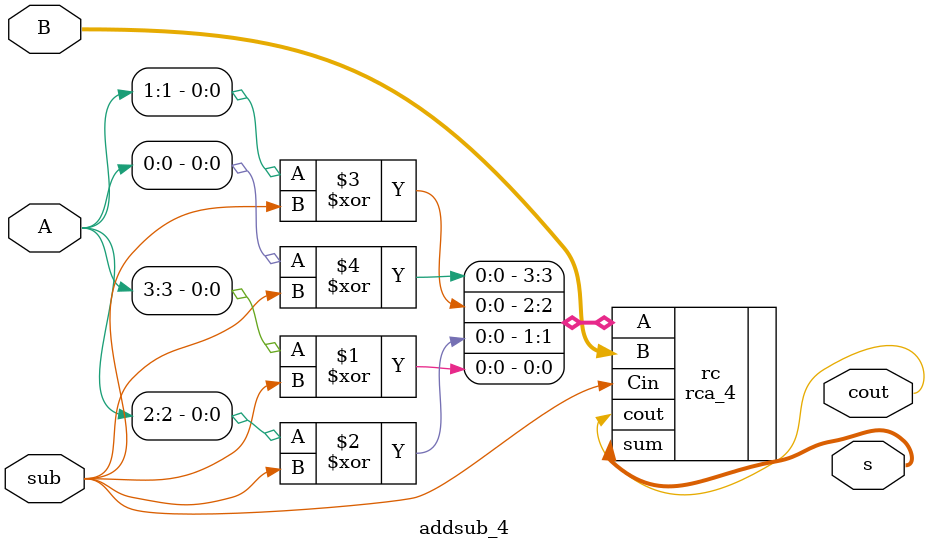
<source format=v>
`timescale 1ns / 1ps


module addsub_4(
    input [3:0] A,
    input [3:0] B,
    input sub,
    output cout,
    output [3:0]s
    );
    
    rca_4 rc (.A({A[0]^sub, A[1]^sub, A[2]^sub, A[3]^sub}), .B(B[3:0]), .Cin(sub), .sum(s), .cout(cout));
    
    
endmodule

</source>
